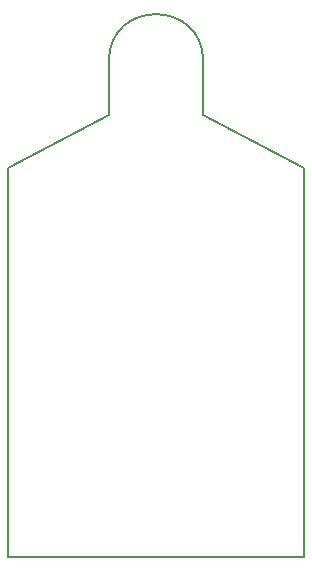
<source format=gbr>
G04 (created by PCBNEW (2013-02-02 BZR 3928)-testing) date Mon 15 Sep 2014 08:44:07 BST*
%MOIN*%
G04 Gerber Fmt 3.4, Leading zero omitted, Abs format*
%FSLAX34Y34*%
G01*
G70*
G90*
G04 APERTURE LIST*
%ADD10C,0.006*%
%ADD11C,0.00590551*%
G04 APERTURE END LIST*
G54D10*
G54D11*
X25196Y-9251D02*
G75*
G03X22047Y-9251I-1574J0D01*
G74*
G01*
X22047Y-11023D02*
X22047Y-9251D01*
X18700Y-12795D02*
X22047Y-11023D01*
X25196Y-11023D02*
X25196Y-9251D01*
X28543Y-12795D02*
X25196Y-11023D01*
X18700Y-12795D02*
X18700Y-25787D01*
X28543Y-12795D02*
X28543Y-25787D01*
X28543Y-25787D02*
X18700Y-25787D01*
M02*

</source>
